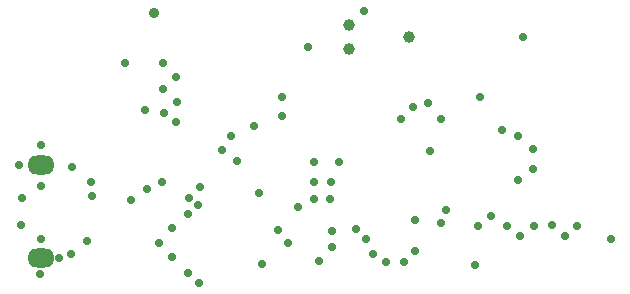
<source format=gbs>
%TF.GenerationSoftware,KiCad,Pcbnew,9.0.3*%
%TF.CreationDate,2025-09-07T14:42:41+02:00*%
%TF.ProjectId,LoTiBloxy,4c6f5469-426c-46f7-9879-2e6b69636164,rev?*%
%TF.SameCoordinates,Original*%
%TF.FileFunction,Soldermask,Bot*%
%TF.FilePolarity,Negative*%
%FSLAX46Y46*%
G04 Gerber Fmt 4.6, Leading zero omitted, Abs format (unit mm)*
G04 Created by KiCad (PCBNEW 9.0.3) date 2025-09-07 14:42:41*
%MOMM*%
%LPD*%
G01*
G04 APERTURE LIST*
%ADD10C,0.900000*%
%ADD11C,0.990600*%
%ADD12O,2.308200X1.622400*%
%ADD13C,0.700000*%
G04 APERTURE END LIST*
D10*
%TO.C,S3*%
X92425000Y-84775000D03*
%TD*%
D11*
%TO.C,J1*%
X114000000Y-86800000D03*
X108920000Y-87816000D03*
X108920000Y-85784000D03*
%TD*%
D12*
%TO.C,J3*%
X82829299Y-97625000D03*
X82829299Y-105525000D03*
%TD*%
D13*
X96174700Y-100975300D03*
X95325000Y-101750000D03*
X92850000Y-104250000D03*
X84375000Y-105525000D03*
X124495000Y-97955000D03*
X85450000Y-97750000D03*
X87050000Y-99100000D03*
X120000000Y-91875000D03*
X91650000Y-93000000D03*
X96250000Y-107600000D03*
X95321600Y-106771600D03*
X113300000Y-93738196D03*
X106400000Y-105750000D03*
X126150000Y-102725000D03*
X114525000Y-104925000D03*
X120950000Y-101900000D03*
X131075000Y-103900000D03*
X111000000Y-105150000D03*
X98166800Y-96316800D03*
X103775000Y-104200000D03*
X115640000Y-92410000D03*
X82850000Y-95950000D03*
X123700000Y-86800000D03*
X124500000Y-96300000D03*
X100875000Y-94350000D03*
X93200000Y-91200000D03*
X90450000Y-100600000D03*
X116700000Y-93700000D03*
X102880000Y-103105000D03*
X93175000Y-88975000D03*
X123250000Y-95200000D03*
X94300000Y-94000000D03*
X114350000Y-92700000D03*
X99475000Y-97325000D03*
X119585000Y-106050001D03*
X119845000Y-102795000D03*
X124600000Y-102800000D03*
X90000000Y-88975000D03*
X93250000Y-93200000D03*
X98960000Y-95140000D03*
X81225000Y-100375000D03*
X112050000Y-105850000D03*
X82850000Y-103850000D03*
X128250000Y-102800000D03*
X93088873Y-99038873D03*
X87200000Y-100250000D03*
X93975000Y-105374400D03*
X82800000Y-106825000D03*
X82850000Y-99400000D03*
X105475000Y-87600000D03*
X123245000Y-98895000D03*
X110375000Y-103896400D03*
X81200000Y-102700000D03*
X86732618Y-104056948D03*
X94350000Y-92250000D03*
X110175000Y-84575000D03*
X127250000Y-103650000D03*
X122301804Y-102798196D03*
X121900000Y-94700000D03*
X91850000Y-99650000D03*
X103250000Y-91850000D03*
X123390000Y-103640000D03*
X101600000Y-106000000D03*
X85400000Y-105150000D03*
X93975000Y-102991294D03*
X94300000Y-90200000D03*
X103250000Y-93475000D03*
X113600000Y-105850000D03*
X109480000Y-103080000D03*
X81000000Y-97600000D03*
X95376600Y-100406600D03*
X96331902Y-99451298D03*
X117150000Y-101400000D03*
X114550000Y-102300000D03*
X116725000Y-102500000D03*
X107500000Y-104565000D03*
X115800000Y-96450000D03*
X107450000Y-103215000D03*
X104650000Y-101200000D03*
X101281475Y-100025000D03*
X106000000Y-99100000D03*
X107430000Y-99100000D03*
X105950000Y-97375000D03*
X108090000Y-97400000D03*
X106000000Y-100475000D03*
X107354000Y-100500000D03*
M02*

</source>
